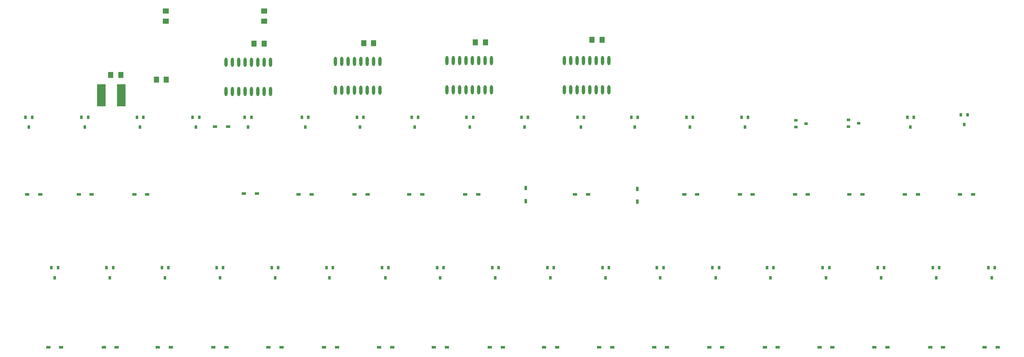
<source format=gtp>
G04*
G04 #@! TF.GenerationSoftware,Altium Limited,Altium Designer,23.1.1 (15)*
G04*
G04 Layer_Color=8421504*
%FSLAX44Y44*%
%MOMM*%
G71*
G04*
G04 #@! TF.SameCoordinates,B1E2939E-79DA-41A2-B67C-80547D0CF300*
G04*
G04*
G04 #@! TF.FilePolarity,Positive*
G04*
G01*
G75*
%ADD10R,1.7500X4.5000*%
%ADD11R,0.5000X0.7000*%
%ADD12R,0.7000X0.5000*%
%ADD13R,1.0000X1.2500*%
%ADD14O,0.6000X1.8500*%
%ADD15R,1.2500X1.0000*%
%ADD16R,0.8500X0.5000*%
%ADD17R,0.5000X0.8500*%
D10*
X2118000Y1558000D02*
D03*
X2078000D02*
D03*
D11*
X2820500Y1514000D02*
D03*
X2807500D02*
D03*
X2814000Y1494000D02*
D03*
X2930000Y1514000D02*
D03*
X2917000D02*
D03*
X2923500Y1494000D02*
D03*
X3042000Y1514000D02*
D03*
X3029000D02*
D03*
X3035500Y1494000D02*
D03*
X3149500Y1514000D02*
D03*
X3136500D02*
D03*
X3143000Y1494000D02*
D03*
X3259500Y1514000D02*
D03*
X3246500D02*
D03*
X3253000Y1494000D02*
D03*
X2710665Y1514000D02*
D03*
X2697665D02*
D03*
X2704165Y1494000D02*
D03*
X2162000Y1514000D02*
D03*
X2149000D02*
D03*
X2155500Y1494000D02*
D03*
X2273500Y1514000D02*
D03*
X2260500D02*
D03*
X2267000Y1494000D02*
D03*
X2377500Y1514000D02*
D03*
X2364500D02*
D03*
X2371000Y1494000D02*
D03*
X2491500Y1514000D02*
D03*
X2478500D02*
D03*
X2485000Y1494000D02*
D03*
X2051500Y1514000D02*
D03*
X2038500D02*
D03*
X2045000Y1494000D02*
D03*
X3363000D02*
D03*
X3356500Y1514000D02*
D03*
X3369500D02*
D03*
X3694000Y1494000D02*
D03*
X3687500Y1514000D02*
D03*
X3700500D02*
D03*
X3855789Y1193000D02*
D03*
X3849290Y1213000D02*
D03*
X3862289D02*
D03*
X3801000Y1499000D02*
D03*
X3794500Y1519000D02*
D03*
X3807500D02*
D03*
X3745000Y1193000D02*
D03*
X3738500Y1213000D02*
D03*
X3751500D02*
D03*
X3194000Y1193000D02*
D03*
X3187500Y1213000D02*
D03*
X3200500D02*
D03*
X2975000Y1193000D02*
D03*
X2968500Y1213000D02*
D03*
X2981500D02*
D03*
X3085000Y1193000D02*
D03*
X3078500Y1213000D02*
D03*
X3091500D02*
D03*
X3305000Y1193000D02*
D03*
X3298500Y1213000D02*
D03*
X3311500D02*
D03*
X3525000Y1193000D02*
D03*
X3518500Y1213000D02*
D03*
X3531500D02*
D03*
X3414000Y1193000D02*
D03*
X3407500Y1213000D02*
D03*
X3420500D02*
D03*
X3635000Y1193000D02*
D03*
X3628500Y1213000D02*
D03*
X3641500D02*
D03*
X1985000Y1193000D02*
D03*
X1978500Y1213000D02*
D03*
X1991500D02*
D03*
X1933500Y1494000D02*
D03*
X1927000Y1514000D02*
D03*
X1940000D02*
D03*
X2315000Y1193000D02*
D03*
X2308500Y1213000D02*
D03*
X2321500D02*
D03*
X2534000Y1193000D02*
D03*
X2527500Y1213000D02*
D03*
X2540500D02*
D03*
X2871500D02*
D03*
X2865000Y1193000D02*
D03*
X2858500Y1213000D02*
D03*
X2645000Y1193000D02*
D03*
X2638500Y1213000D02*
D03*
X2651500D02*
D03*
X2755000Y1193000D02*
D03*
X2748500Y1213000D02*
D03*
X2761500D02*
D03*
X2425000Y1193000D02*
D03*
X2418500Y1213000D02*
D03*
X2431500D02*
D03*
X2205500Y1193000D02*
D03*
X2199000Y1213000D02*
D03*
X2212000D02*
D03*
X2095000Y1193000D02*
D03*
X2088500Y1213000D02*
D03*
X2101500D02*
D03*
X2595000Y1494000D02*
D03*
X2588500Y1514000D02*
D03*
X2601500D02*
D03*
D12*
X3590000Y1502000D02*
D03*
X3570000Y1495500D02*
D03*
Y1508500D02*
D03*
X3465000Y1507500D02*
D03*
Y1494500D02*
D03*
X3485000Y1501000D02*
D03*
D13*
X2383000Y1661000D02*
D03*
X2403000D02*
D03*
X3057713Y1668730D02*
D03*
X3077713D02*
D03*
X2208000Y1589000D02*
D03*
X2188000D02*
D03*
X2117000Y1598000D02*
D03*
X2097000D02*
D03*
X2845000Y1664000D02*
D03*
X2825000D02*
D03*
X2622000Y1662000D02*
D03*
X2602000D02*
D03*
D14*
X2326873Y1565750D02*
D03*
X2339573D02*
D03*
X2352273D02*
D03*
X2364973D02*
D03*
X2377673D02*
D03*
X2390373D02*
D03*
X2403073D02*
D03*
X2415773D02*
D03*
X2326873Y1623750D02*
D03*
X2339573D02*
D03*
X2352273D02*
D03*
X2364973D02*
D03*
X2377673D02*
D03*
X2390373D02*
D03*
X2403073D02*
D03*
X2415773D02*
D03*
X3002874Y1568750D02*
D03*
X3015573D02*
D03*
X3028273D02*
D03*
X3040974D02*
D03*
X3053673D02*
D03*
X3066373D02*
D03*
X3079073D02*
D03*
X3091773D02*
D03*
X3002874Y1626750D02*
D03*
X3015573D02*
D03*
X3028273D02*
D03*
X3040974D02*
D03*
X3053673D02*
D03*
X3066373D02*
D03*
X3079073D02*
D03*
X3091773D02*
D03*
X2857253D02*
D03*
X2844554D02*
D03*
X2831853D02*
D03*
X2819153D02*
D03*
X2806454D02*
D03*
X2793753D02*
D03*
X2781053D02*
D03*
X2768353D02*
D03*
X2857253Y1568750D02*
D03*
X2844554D02*
D03*
X2831853D02*
D03*
X2819153D02*
D03*
X2806454D02*
D03*
X2793753D02*
D03*
X2781053D02*
D03*
X2768353D02*
D03*
X2634773Y1625750D02*
D03*
X2622073D02*
D03*
X2609373D02*
D03*
X2596673D02*
D03*
X2583973D02*
D03*
X2571273D02*
D03*
X2558573D02*
D03*
X2545873D02*
D03*
X2634773Y1567750D02*
D03*
X2622073D02*
D03*
X2609373D02*
D03*
X2596673D02*
D03*
X2583973D02*
D03*
X2571273D02*
D03*
X2558573D02*
D03*
X2545873D02*
D03*
D15*
X2403000Y1706000D02*
D03*
Y1726000D02*
D03*
X2207000Y1706000D02*
D03*
Y1726000D02*
D03*
D16*
X3489000Y1360000D02*
D03*
X3463000D02*
D03*
X3759000Y1054000D02*
D03*
X3733000D02*
D03*
X3868000D02*
D03*
X3842000D02*
D03*
X3379000Y1360000D02*
D03*
X3353000D02*
D03*
X2719000D02*
D03*
X2693000D02*
D03*
X2331000Y1495000D02*
D03*
X2305000D02*
D03*
X3429000Y1054000D02*
D03*
X3403000D02*
D03*
X3538000D02*
D03*
X3512000D02*
D03*
X3648000D02*
D03*
X3622000D02*
D03*
X1956000Y1360000D02*
D03*
X1930000D02*
D03*
X2059000D02*
D03*
X2033000D02*
D03*
X2768000Y1054000D02*
D03*
X2742000D02*
D03*
X2880000D02*
D03*
X2854000D02*
D03*
X2988000D02*
D03*
X2962000D02*
D03*
X3098000D02*
D03*
X3072000D02*
D03*
X3208000D02*
D03*
X3182000D02*
D03*
X1998000D02*
D03*
X1972000D02*
D03*
X2109000D02*
D03*
X2083000D02*
D03*
X2217000D02*
D03*
X2191000D02*
D03*
X2328000D02*
D03*
X2302000D02*
D03*
X2438000D02*
D03*
X2412000D02*
D03*
X2549000D02*
D03*
X2523000D02*
D03*
X3318000D02*
D03*
X3292000D02*
D03*
X2659000D02*
D03*
X2633000D02*
D03*
X2170000Y1360000D02*
D03*
X2144000D02*
D03*
X2389000Y1361000D02*
D03*
X2363000D02*
D03*
X2498000Y1360000D02*
D03*
X2472000D02*
D03*
X2610000D02*
D03*
X2584000D02*
D03*
X2831000D02*
D03*
X2805000D02*
D03*
X3050000D02*
D03*
X3024000D02*
D03*
X3268000D02*
D03*
X3242000D02*
D03*
X3598000D02*
D03*
X3572000D02*
D03*
X3709000D02*
D03*
X3683000D02*
D03*
X3819000D02*
D03*
X3793000D02*
D03*
D17*
X3148000Y1371000D02*
D03*
Y1345000D02*
D03*
X2926000Y1372000D02*
D03*
Y1346000D02*
D03*
M02*

</source>
